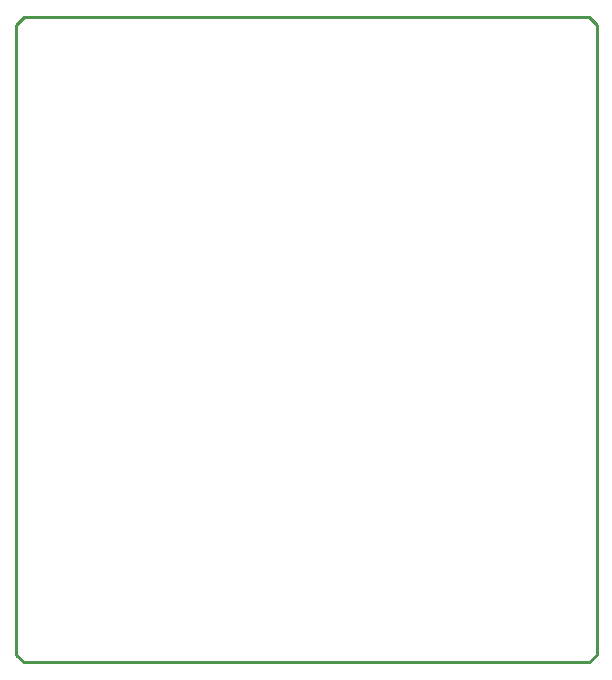
<source format=gbr>
G04 EAGLE Gerber RS-274X export*
G75*
%MOMM*%
%FSLAX34Y34*%
%LPD*%
%IN*%
%IPPOS*%
%AMOC8*
5,1,8,0,0,1.08239X$1,22.5*%
G01*
%ADD10C,0.254000*%


D10*
X0Y6350D02*
X6350Y0D01*
X485140Y0D01*
X491490Y6350D01*
X491490Y539750D01*
X485140Y546100D01*
X6350Y546100D01*
X0Y539750D01*
X0Y6350D01*
M02*

</source>
